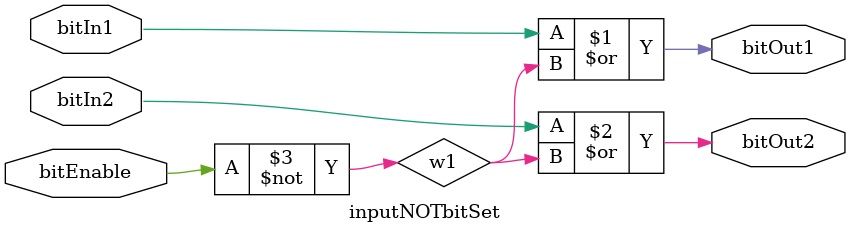
<source format=v>
module inputNOTbitSet(bitEnable, bitIn1, bitIn2, bitOut1, bitOut2);
//inputs
input bitEnable;
input bitIn1;
input bitIn2;
//outputs
output bitOut1;
output bitOut2;

//auxiliares

wire w1;

//logica combinacional del modulo
not(w1, bitEnable);
or(bitOut1, bitIn1, w1);
or(bitOut2, bitIn2, w1);


endmodule
</source>
